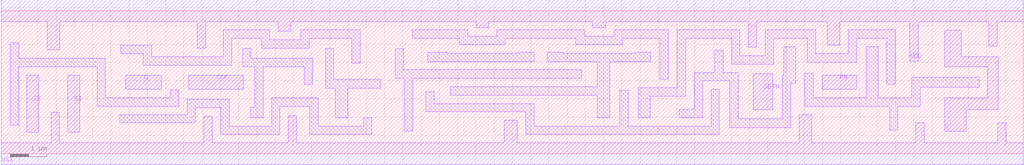
<source format=lef>
# Copyright 2022 GlobalFoundries PDK Authors
#
# Licensed under the Apache License, Version 2.0 (the "License");
# you may not use this file except in compliance with the License.
# You may obtain a copy of the License at
#
#      http://www.apache.org/licenses/LICENSE-2.0
#
# Unless required by applicable law or agreed to in writing, software
# distributed under the License is distributed on an "AS IS" BASIS,
# WITHOUT WARRANTIES OR CONDITIONS OF ANY KIND, either express or implied.
# See the License for the specific language governing permissions and
# limitations under the License.

MACRO gf180mcu_fd_sc_mcu7t5v0__sdffrsnq_2
  CLASS core ;
  FOREIGN gf180mcu_fd_sc_mcu7t5v0__sdffrsnq_2 0.0 0.0 ;
  ORIGIN 0 0 ;
  SYMMETRY X Y ;
  SITE GF018hv5v_mcu_sc7 ;
  SIZE 28 BY 3.92 ;
  PIN D
    DIRECTION INPUT ;
    ANTENNAGATEAREA 0.531 ;
    PORT
      LAYER METAL1 ;
        POLYGON 3.41 1.765 4.39 1.765 4.39 2.155 3.41 2.155  ;
    END
  END D
  PIN RN
    DIRECTION INPUT ;
    ANTENNAGATEAREA 1.3545 ;
    PORT
      LAYER METAL1 ;
        POLYGON 22.49 1.765 23.43 1.765 23.43 2.155 22.49 2.155  ;
    END
  END RN
  PIN SE
    DIRECTION INPUT ;
    ANTENNAGATEAREA 1.062 ;
    PORT
      LAYER METAL1 ;
        POLYGON 0.705 0.595 1.03 0.595 1.03 2.15 0.705 2.15  ;
    END
  END SE
  PIN SETN
    DIRECTION INPUT ;
    ANTENNAGATEAREA 1.062 ;
    PORT
      LAYER METAL1 ;
        POLYGON 20.605 1.21 21.14 1.21 21.14 2.19 20.605 2.19  ;
    END
  END SETN
  PIN SI
    DIRECTION INPUT ;
    ANTENNAGATEAREA 0.531 ;
    PORT
      LAYER METAL1 ;
        POLYGON 1.825 0.595 2.15 0.595 2.15 2.15 1.825 2.15  ;
    END
  END SI
  PIN CLK
    DIRECTION INPUT ;
    USE clock ;
    ANTENNAGATEAREA 0.7415 ;
    PORT
      LAYER METAL1 ;
        POLYGON 5.13 1.765 6.63 1.765 6.63 2.155 5.13 2.155  ;
    END
  END CLK
  PIN Q
    DIRECTION OUTPUT ;
    ANTENNADIFFAREA 1.0608 ;
    PORT
      LAYER METAL1 ;
        POLYGON 25.85 2.385 26.79 2.385 27.025 2.385 27.025 1.535 25.85 1.535 25.85 0.61 26.435 0.61 26.435 1.21 27.31 1.21 27.31 2.66 26.79 2.66 26.3 2.66 26.3 3.38 25.85 3.38  ;
    END
  END Q
  PIN VDD
    DIRECTION INOUT ;
    USE power ;
    SHAPE ABUTMENT ;
    PORT
      LAYER METAL1 ;
        POLYGON 0 3.62 1.26 3.62 1.26 2.845 1.6 2.845 1.6 3.62 5.375 3.62 5.375 2.885 5.605 2.885 5.605 3.62 7.59 3.62 7.59 3.35 7.93 3.35 7.93 3.62 9.835 3.62 10.39 3.62 13.01 3.62 13.01 3.445 13.35 3.445 13.35 3.62 16.2 3.62 16.2 3.445 16.56 3.445 16.56 3.62 18.275 3.62 20.465 3.62 20.465 2.915 20.695 2.915 20.695 3.62 22.63 3.62 22.63 2.97 22.97 2.97 22.97 3.62 24.49 3.62 24.885 3.62 24.885 2.53 25.115 2.53 25.115 3.62 26.79 3.62 27.055 3.62 27.055 2.94 27.285 2.94 27.285 3.62 28 3.62 28 4.22 26.79 4.22 24.49 4.22 18.275 4.22 10.39 4.22 9.835 4.22 0 4.22  ;
    END
  END VDD
  PIN VSS
    DIRECTION INOUT ;
    USE ground ;
    SHAPE ABUTMENT ;
    PORT
      LAYER METAL1 ;
        POLYGON 0 -0.3 28 -0.3 28 0.3 27.525 0.3 27.525 0.85 27.295 0.85 27.295 0.3 25.285 0.3 25.285 0.85 25.055 0.85 25.055 0.3 22.2 0.3 22.2 1.075 21.86 1.075 21.86 0.3 14.14 0.3 14.14 0.915 13.78 0.915 13.78 0.3 8.095 0.3 8.095 1.045 7.865 1.045 7.865 0.3 5.78 0.3 5.78 1.025 5.55 1.025 5.55 0.3 1.595 0.3 1.595 1.14 1.365 1.14 1.365 0.3 0 0.3  ;
    END
  END VSS
  OBS
      LAYER METAL1 ;
        POLYGON 0.245 0.78 0.475 0.78 0.475 2.385 2.625 2.385 2.625 1.305 4.86 1.305 4.86 1.75 4.63 1.75 4.63 1.535 2.855 1.535 2.855 2.615 0.475 2.615 0.475 3.04 0.245 3.04  ;
        POLYGON 6.61 2.385 6.945 2.385 6.945 1.275 6.835 1.275 6.835 0.99 7.175 0.99 7.175 2.385 8.305 2.385 8.305 1.91 8.535 1.91 8.535 2.62 6.84 2.62 6.84 2.89 6.61 2.89  ;
        POLYGON 3.27 2.745 3.89 2.745 3.89 2.42 6.315 2.42 6.315 3.16 7.13 3.16 7.13 2.89 8.435 2.89 8.435 3.16 9.605 3.16 9.605 2.485 9.835 2.485 9.835 3.39 8.205 3.39 8.205 3.12 7.36 3.12 7.36 3.39 6.085 3.39 6.085 2.655 4.12 2.655 4.12 2.975 3.27 2.975  ;
        POLYGON 3.25 0.845 5.32 0.845 5.32 1.26 6.01 1.26 6.01 0.53 7.635 0.53 7.635 1.295 8.45 1.295 8.45 0.53 10.155 0.53 10.155 0.98 9.925 0.98 9.925 0.76 8.68 0.76 8.68 1.53 7.405 1.53 7.405 0.76 6.24 0.76 6.24 1.49 5.09 1.49 5.09 1.075 3.25 1.075  ;
        POLYGON 8.885 1.8 9.15 1.8 9.15 0.99 9.49 0.99 9.49 1.8 10.39 1.8 10.39 2.035 9.115 2.035 9.115 2.89 8.885 2.89  ;
        POLYGON 11.68 2.525 14.6 2.525 14.6 2.78 14.16 2.78 14.16 2.755 12.2 2.755 12.2 2.775 11.68 2.775  ;
        POLYGON 10.8 2.065 11.045 2.065 11.045 0.62 11.275 0.62 11.275 2.065 15.905 2.065 15.905 2.295 11.03 2.295 11.03 2.87 10.8 2.87  ;
        POLYGON 14.96 2.525 16.325 2.525 16.325 1.835 12.295 1.835 12.295 1.605 16.325 1.605 16.325 0.99 16.665 0.99 16.665 2.525 17.79 2.525 17.79 2.78 17.36 2.78 17.36 2.755 15.4 2.755 15.4 2.78 14.96 2.78  ;
        POLYGON 11.265 3.16 12.55 3.16 12.55 2.985 13.81 2.985 13.81 3.16 15.74 3.16 15.74 2.985 17.02 2.985 17.02 3.16 18.045 3.16 18.045 2.035 18.275 2.035 18.275 3.39 16.79 3.39 16.79 3.215 15.97 3.215 15.97 3.39 13.58 3.39 13.58 3.215 12.78 3.215 12.78 3.39 11.265 3.39  ;
        POLYGON 11.625 1.145 14.37 1.145 14.37 0.53 19.675 0.53 19.675 1.765 19.445 1.765 19.445 0.76 17.17 0.76 17.17 1.745 16.94 1.745 16.94 0.76 14.6 0.76 14.6 1.375 11.855 1.375 11.855 1.7 11.625 1.7  ;
        POLYGON 18.57 0.99 19.215 0.99 19.215 1.995 19.955 1.995 19.955 0.715 21.63 0.715 21.63 1.925 21.77 1.925 21.77 2.93 21.43 2.93 21.43 2.155 21.4 2.155 21.4 0.96 20.185 0.96 20.185 2.225 19.775 2.225 19.775 2.835 19.545 2.835 19.545 2.225 18.985 2.225 18.985 1.22 18.57 1.22  ;
        POLYGON 17.445 0.99 17.785 0.99 17.785 1.575 18.755 1.575 18.755 3.16 20.005 3.16 20.005 2.455 21.155 2.455 21.155 3.16 22.08 3.16 22.08 2.51 23.43 2.51 23.43 3.16 24.26 3.16 24.26 1.91 24.49 1.91 24.49 3.39 23.2 3.39 23.2 2.74 22.315 2.74 22.315 3.39 20.925 3.39 20.925 2.685 20.235 2.685 20.235 3.39 18.525 3.39 18.525 1.805 17.445 1.805  ;
        POLYGON 22.01 1.305 24.335 1.305 24.335 0.64 24.565 0.64 24.565 1.305 25.175 1.305 25.175 1.825 26.79 1.825 26.79 2.095 24.945 2.095 24.945 1.535 24.03 1.535 24.03 2.93 23.69 2.93 23.69 1.535 22.24 1.535 22.24 2.2 22.01 2.2  ;
  END
END gf180mcu_fd_sc_mcu7t5v0__sdffrsnq_2

</source>
